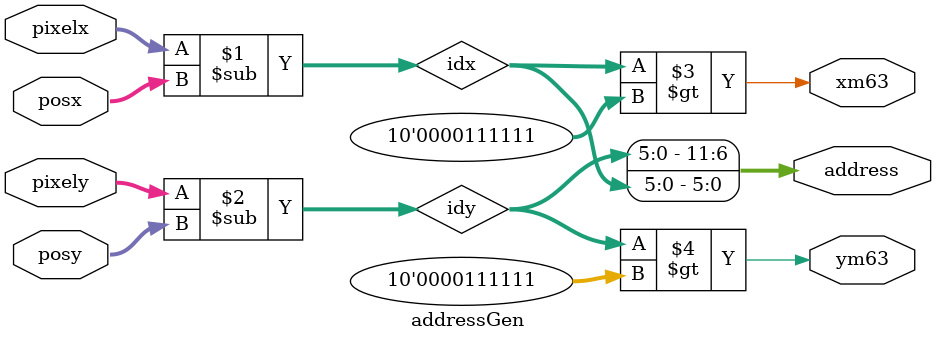
<source format=sv>
module addressGen(input [9:0] pixelx, pixely,
										posx, posy,
						output xm63, ym63,
						output logic [11:0] address);

			logic [9:0] idx, idy;
			assign idx = pixelx - posx;
			assign idy = pixely - posy;
			assign address = {idy[5:0], idx[5:0]}; 
			assign xm63 = (idx > 10'd63);
			assign ym63 = (idy > 10'd63);						
						
endmodule
					
</source>
